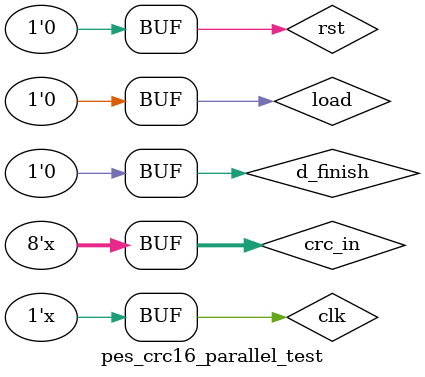
<source format=v>
module pes_crc16_parallel_test; 
reg clk; 
reg rst; 
reg load; 
reg d_finish; 
reg [7:0] crc_in; 
wire [7:0] crc_out; 
parameter clk_period = 40; 

initial 
begin 
 #clk_period clk = 1; 
 #clk_period rst = 1; 
 #clk_period rst = 0; 
 #clk_period crc_in[7:0] = 8'b1010_1010; //
 #clk_period load = 1; 
 #clk_period load = 0; 
 #clk_period d_finish = 0; 
 #(10*clk_period) d_finish = 1; 
 #clk_period d_finish = 0; 
end 
always #(clk_period/2) clk = ~clk; 
always #(clk_period) crc_in[7:0] = ~crc_in[7:0]; //
//
pes_crc16_parallel u1(.clk(clk), .rst(rst), .load(load), .d_finish(d_finish), .crc_in(crc_in), .crc_out(crc_out)); 
endmodule 

</source>
